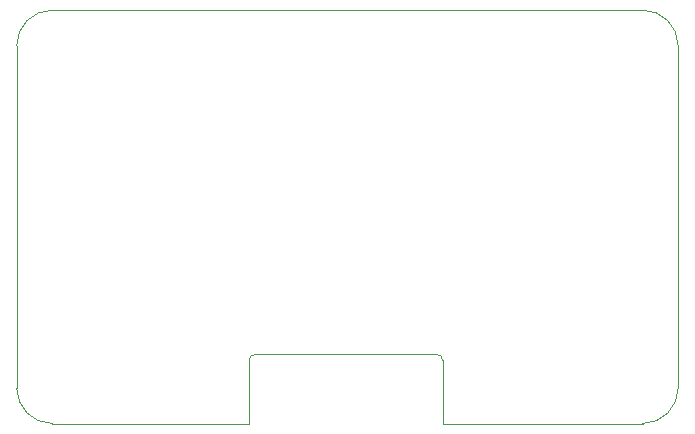
<source format=gm1>
G04 Layer_Color=16711935*
%FSAX44Y44*%
%MOMM*%
G71*
G01*
G75*
%ADD62C,0.0254*%
D62*
X10360657Y10053480D02*
G03*
X10355660Y10058477I-00004997J00000000D01*
G01*
X10201830Y10058480D02*
G03*
X10196830Y10053480I00000000J-00005000D01*
G01*
X10030000Y10350000D02*
G03*
X10000000Y10320000I00000000J-00030000D01*
G01*
X10560000D02*
G03*
X10530000Y10350000I-00030000J00000000D01*
G01*
Y10000000D02*
G03*
X10560000Y10030000I00000000J00030000D01*
G01*
X10000000D02*
G03*
X10030000Y10000000I00030000J00000000D01*
G01*
X10360660Y10000000D02*
Y10053567D01*
X10201830Y10058477D02*
X10355660D01*
X10196830Y10000000D02*
Y10053500D01*
X10360660Y10000000D02*
X10530000D01*
X10560000Y10030000D02*
Y10320000D01*
X10030000Y10350000D02*
X10530000D01*
X10030000Y10000000D02*
X10196830D01*
X10000000Y10030000D02*
Y10320000D01*
M02*

</source>
